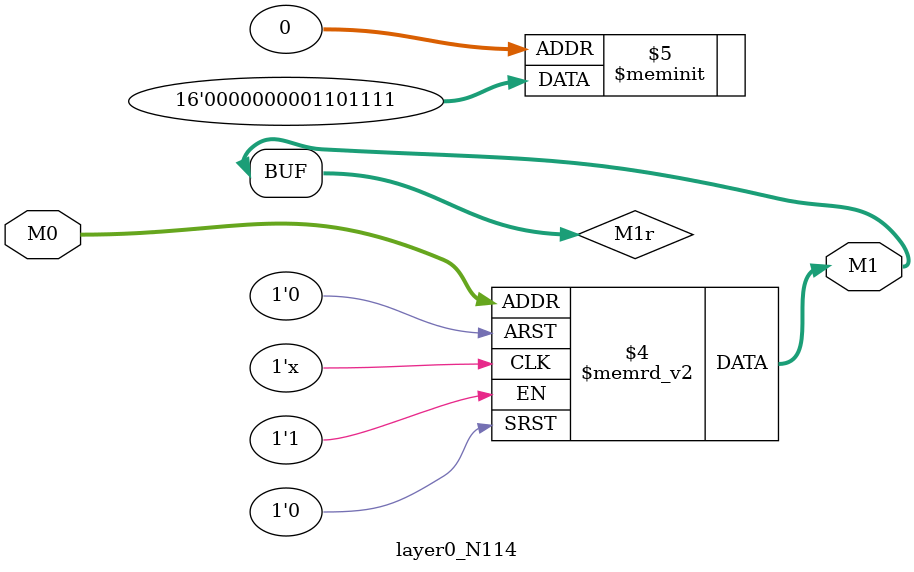
<source format=v>
module layer0_N114 ( input [2:0] M0, output [1:0] M1 );

	(*rom_style = "distributed" *) reg [1:0] M1r;
	assign M1 = M1r;
	always @ (M0) begin
		case (M0)
			3'b000: M1r = 2'b11;
			3'b100: M1r = 2'b00;
			3'b010: M1r = 2'b10;
			3'b110: M1r = 2'b00;
			3'b001: M1r = 2'b11;
			3'b101: M1r = 2'b00;
			3'b011: M1r = 2'b01;
			3'b111: M1r = 2'b00;

		endcase
	end
endmodule

</source>
